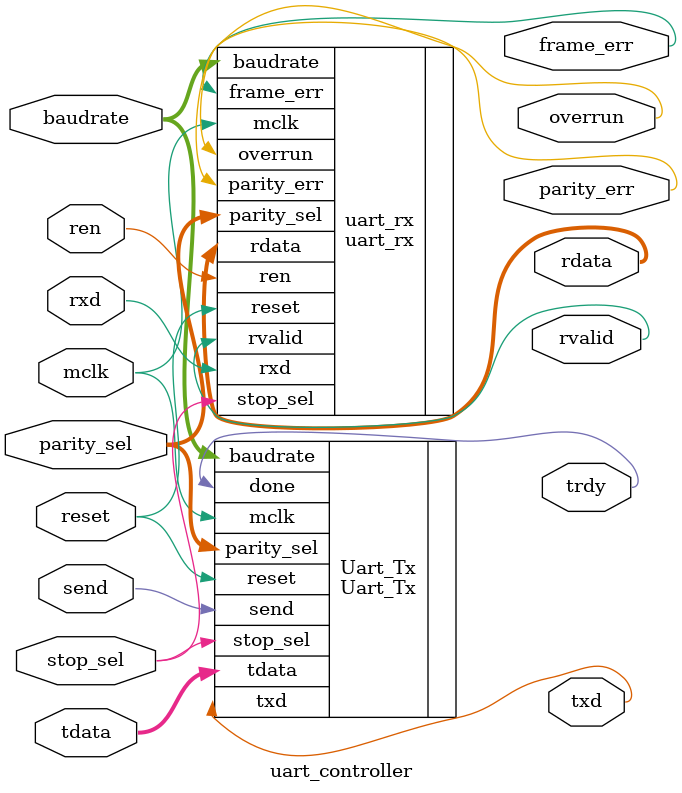
<source format=v>
`timescale 1ns / 1ps


module uart_controller(
    reset, mclk, baudrate,
    parity_sel,     // 0 : none, 1 :even, 2: odd
    stop_sel,       // 0 : 1bits, 1 : 2bits
    tdata,          // tx data
    send,           // send flag
    trdy,           // tx ready
    txd,            // uart_txd
    rxd,            // uart_rxd
    ren,            // read enable
    rdata,          // rx data
    rvalid,         // rdata valid flag
    overrun,        // rx fifo full
    frame_err,      // stop bit error
    parity_err,     // parity error
    );
    input reset, mclk;
    input [15:0] baudrate ;
    input [1:0] parity_sel ;
    input stop_sel ;
    input [7:0] tdata ;
    input send ;
    output trdy , txd;
    input rxd , ren;
    output [7:0] rdata ;
    output rvalid, overrun, frame_err, parity_err;

    wire trdy ;
    wire txd ;
    Uart_Tx Uart_Tx(
        .reset (reset ),
        .mclk (mclk ),
        .baudrate (baudrate ),
        .parity_sel (parity_sel ),
        .stop_sel (stop_sel ),
        .tdata (tdata ),
        .send (send ),
        .done (trdy ),
        .txd (txd )
);
    wire [7:0] rdata ;
    wire rvalid ;
    wire overrun ;
    wire frame_err ;
    wire parity_err ;
    uart_rx uart_rx(
        .reset (reset ),
        .mclk (mclk ),
        .baudrate (baudrate ),
        .parity_sel (parity_sel ),
        .stop_sel (stop_sel ),
        .rdata (rdata ),
        .ren (ren ),
        .rvalid (rvalid ),
        .overrun (overrun ),
        .frame_err (frame_err ),
        .parity_err (parity_err ),
        .rxd (rxd )
);
endmodule
</source>
